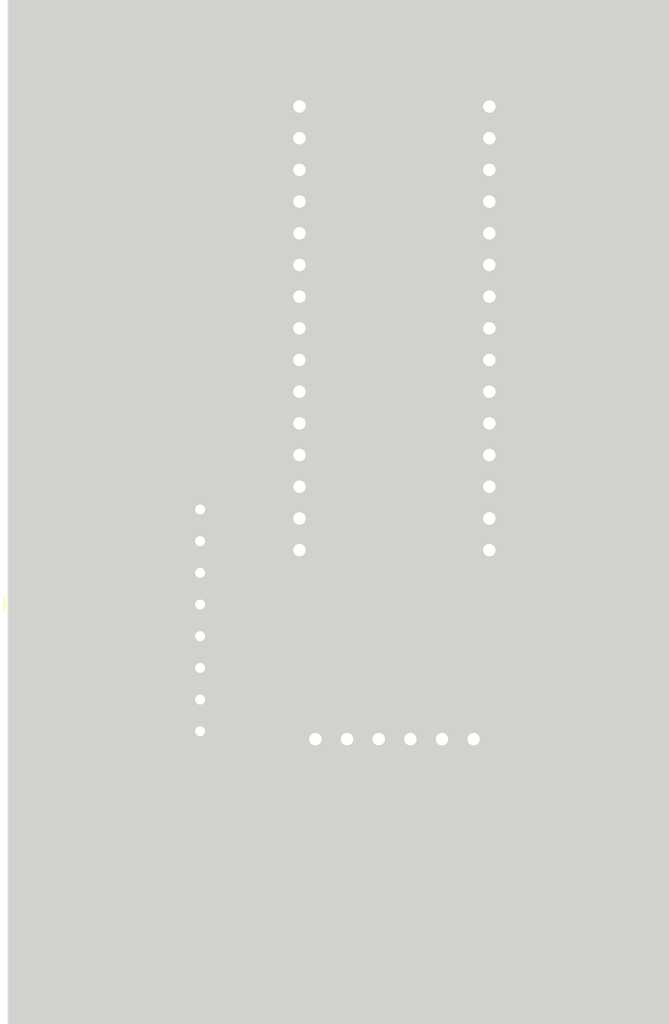
<source format=kicad_pcb>
(kicad_pcb (version 20211014) (generator pcbnew)
  (layers (0 "F.Cu" signal) (31 "B.Cu" signal) (34 "B.Paste" user) (35 "F.Paste" user) (36 "B.SilkS" user "B.Silkscreen") (37 "F.SilkS" user "F.Silkscreen") (38 "B.Mask" user) (39 "F.Mask" user) (44 "Edge.Cuts" user))
  (net 0 "")
  (net 4 "GND")
  (net 7 "Net-(A1-Pad7)")
  (net 14 "Net-(A1-Pad14)")
  (net 15 "Net-(A1-Pad15)")
  (net 16 "Net-(A1-Pad16)")
  (net 23 "Net-(A1-Pad23)")
  (net 24 "Net-(A1-Pad24)")
  (net 29 "+5V")
  (net 30 "+3V3")
  (footprint "Module:Arduino_Nano" (layer "F.Cu") (at 146.61 98.05 180)
    (fp_text reference "A1" (at 7.62 -5.08) (layer "F.SilkS"))
    (fp_text value "Arduino_Nano_Every")
    (fp_text user "USB" (at 7.62 35.56 180 unlocked) (layer "F.SilkS"))
    (fp_line (start 16.64 39.5) (end 11.56 39.5) (layer "F.SilkS") (width 0.12))
    (fp_line (start -1.4 39.5) (end 3.68 39.5) (layer "F.SilkS") (width 0.12))
    (fp_line (start -1.4 -3.94) (end -1.4 -1.27) (layer "F.SilkS") (width 0.12))
    (fp_line (start 13.97 -1.27) (end 13.97 36.83) (layer "F.SilkS") (width 0.12))
    (fp_line (start 1.27 1.27) (end 1.27 36.83) (layer "F.SilkS") (width 0.12))
    (fp_line (start 1.27 -1.27) (end -1.4 -1.27) (layer "F.SilkS") (width 0.12))
    (fp_line (start 16.64 -3.94) (end -1.4 -3.94) (layer "F.SilkS") (width 0.12))
    (fp_line (start 1.27 1.27) (end 1.27 -1.27) (layer "F.SilkS") (width 0.12))
    (fp_line (start 11.56 42.04) (end 3.68 42.04) (layer "F.SilkS") (width 0.12))
    (fp_line (start 16.64 39.5) (end 16.64 -3.94) (layer "F.SilkS") (width 0.12))
    (fp_line (start 3.68 42.04) (end 3.68 31.62) (layer "F.SilkS") (width 0.12))
    (fp_line (start 13.97 36.83) (end 16.64 36.83) (layer "F.SilkS") (width 0.12))
    (fp_line (start -1.4 1.27) (end -1.4 39.5) (layer "F.SilkS") (width 0.12))
    (fp_line (start 1.27 36.83) (end -1.4 36.83) (layer "F.SilkS") (width 0.12))
    (fp_line (start 1.27 1.27) (end -1.4 1.27) (layer "F.SilkS") (width 0.12))
    (fp_line (start 11.56 31.62) (end 11.56 42.04) (layer "F.SilkS") (width 0.12))
    (fp_line (start 13.97 -1.27) (end 16.64 -1.27) (layer "F.SilkS") (width 0.12))
    (fp_line (start 3.68 31.62) (end 11.56 31.62) (layer "F.SilkS") (width 0.12))
    (pad "1" thru_hole rect (at 0 0 180) (size 1.6 1.6) (drill 1) (layers *.Cu *.Mask))
    (pad "2" thru_hole oval (at 0 2.54 180) (size 1.6 1.6) (drill 1) (layers *.Cu *.Mask))
    (pad "3" thru_hole oval (at 0 5.08 180) (size 1.6 1.6) (drill 1) (layers *.Cu *.Mask))
    (pad "4" thru_hole oval (at 0 7.62 180) (size 1.6 1.6) (drill 1) (layers *.Cu *.Mask) (net 4 "GND"))
    (pad "5" thru_hole oval (at 0 10.16 180) (size 1.6 1.6) (drill 1) (layers *.Cu *.Mask))
    (pad "6" thru_hole oval (at 0 12.7 180) (size 1.6 1.6) (drill 1) (layers *.Cu *.Mask))
    (pad "7" thru_hole oval (at 0 15.24 180) (size 1.6 1.6) (drill 1) (layers *.Cu *.Mask) (net 7 "Net-(A1-Pad7)"))
    (pad "8" thru_hole oval (at 0 17.78 180) (size 1.6 1.6) (drill 1) (layers *.Cu *.Mask))
    (pad "9" thru_hole oval (at 0 20.32 180) (size 1.6 1.6) (drill 1) (layers *.Cu *.Mask))
    (pad "10" thru_hole oval (at 0 22.86 180) (size 1.6 1.6) (drill 1) (layers *.Cu *.Mask))
    (pad "11" thru_hole oval (at 0 25.4 180) (size 1.6 1.6) (drill 1) (layers *.Cu *.Mask))
    (pad "12" thru_hole oval (at 0 27.94 180) (size 1.6 1.6) (drill 1) (layers *.Cu *.Mask))
    (pad "13" thru_hole oval (at 0 30.48 180) (size 1.6 1.6) (drill 1) (layers *.Cu *.Mask))
    (pad "14" thru_hole oval (at 0 33.02 180) (size 1.6 1.6) (drill 1) (layers *.Cu *.Mask) (net 14 "Net-(A1-Pad14)"))
    (pad "15" thru_hole oval (at 0 35.56 180) (size 1.6 1.6) (drill 1) (layers *.Cu *.Mask) (net 15 "Net-(A1-Pad15)"))
    (pad "16" thru_hole oval (at 15.24 35.56 180) (size 1.6 1.6) (drill 1) (layers *.Cu *.Mask) (net 16 "Net-(A1-Pad16)"))
    (pad "17" thru_hole oval (at 15.24 33.02 180) (size 1.6 1.6) (drill 1) (layers *.Cu *.Mask))
    (pad "18" thru_hole oval (at 15.24 30.48 180) (size 1.6 1.6) (drill 1) (layers *.Cu *.Mask))
    (pad "19" thru_hole oval (at 15.24 27.94 180) (size 1.6 1.6) (drill 1) (layers *.Cu *.Mask))
    (pad "20" thru_hole oval (at 15.24 25.4 180) (size 1.6 1.6) (drill 1) (layers *.Cu *.Mask))
    (pad "21" thru_hole oval (at 15.24 22.86 180) (size 1.6 1.6) (drill 1) (layers *.Cu *.Mask))
    (pad "22" thru_hole oval (at 15.24 20.32 180) (size 1.6 1.6) (drill 1) (layers *.Cu *.Mask))
    (pad "23" thru_hole oval (at 15.24 17.78 180) (size 1.6 1.6) (drill 1) (layers *.Cu *.Mask) (net 23 "Net-(A1-Pad23)"))
    (pad "24" thru_hole oval (at 15.24 15.24 180) (size 1.6 1.6) (drill 1) (layers *.Cu *.Mask) (net 24 "Net-(A1-Pad24)"))
    (pad "25" thru_hole oval (at 15.24 12.7 180) (size 1.6 1.6) (drill 1) (layers *.Cu *.Mask))
    (pad "26" thru_hole oval (at 15.24 10.16 180) (size 1.6 1.6) (drill 1) (layers *.Cu *.Mask))
    (pad "27" thru_hole oval (at 15.24 7.62 180) (size 1.6 1.6) (drill 1) (layers *.Cu *.Mask))
    (pad "28" thru_hole oval (at 15.24 5.08 180) (size 1.6 1.6) (drill 1) (layers *.Cu *.Mask))
    (pad "29" thru_hole oval (at 15.24 2.54 180) (size 1.6 1.6) (drill 1) (layers *.Cu *.Mask) (net 4 "GND"))
    (pad "30" thru_hole oval (at 15.24 0 180) (size 1.6 1.6) (drill 1) (layers *.Cu *.Mask) (net 29 "+5V"))
  )
  (footprint "GY-521:GY-521" (layer "F.Cu") (at 114.5075 103.6825 180)
    (fp_text reference "MOD1" (at 0 0 180) (layer "F.SilkS") (effects (font (size 0.787402 0.787402))))
    (fp_text value "GY-521")
    (fp_text user "y" (at -1.27 5.08 180) (layer "F.SilkS"))
    (fp_text user "ITG/MPU" (at 3.81 1.27 180) (layer "F.SilkS"))
    (fp_text user "x" (at 1.905 8.89 180) (layer "F.SilkS"))
    (fp_line (start -2.54 5.08) (end -1.905 5.715) (layer "F.SilkS") (width 0.127))
    (fp_line (start 4.445 10.16) (end -11.43 10.16) (layer "F.SilkS") (width 0.127))
    (fp_line (start 4.445 -10.795) (end 4.445 10.16) (layer "F.SilkS") (width 0.127))
    (fp_line (start -11.43 -10.795) (end 4.445 -10.795) (layer "F.SilkS") (width 0.127))
    (fp_line (start -2.54 8.89) (end -2.54 5.08) (layer "F.SilkS") (width 0.127))
    (fp_line (start -2.54 5.08) (end -3.175 5.715) (layer "F.SilkS") (width 0.127))
    (fp_line (start 1.27 8.89) (end 0.635 8.255) (layer "F.SilkS") (width 0.127))
    (fp_line (start -2.54 8.89) (end 1.27 8.89) (layer "F.SilkS") (width 0.127))
    (fp_line (start 1.27 8.89) (end 0.635 9.525) (layer "F.SilkS") (width 0.127))
    (fp_line (start -11.43 10.16) (end -11.43 -10.795) (layer "F.SilkS") (width 0.127))
    (pad "1" thru_hole oval locked (at -8.89 -8.89 180) (size 3.556 1.778) (drill 0.8) (layers *.Cu *.Mask) (net 29 "+5V"))
    (pad "2" thru_hole oval locked (at -8.89 -6.35 180) (size 3.556 1.778) (drill 0.8) (layers *.Cu *.Mask) (net 4 "GND"))
    (pad "3" thru_hole oval locked (at -8.89 -3.81 180) (size 3.556 1.778) (drill 0.8) (layers *.Cu *.Mask) (net 24 "Net-(A1-Pad24)"))
    (pad "4" thru_hole oval locked (at -8.89 -1.27 180) (size 3.556 1.778) (drill 0.8) (layers *.Cu *.Mask) (net 23 "Net-(A1-Pad23)"))
    (pad "5" thru_hole oval locked (at -8.89 1.27 180) (size 3.556 1.778) (drill 0.8) (layers *.Cu *.Mask))
    (pad "6" thru_hole oval locked (at -8.89 3.81 180) (size 3.556 1.778) (drill 0.8) (layers *.Cu *.Mask))
    (pad "7" thru_hole oval locked (at -8.89 6.35 180) (size 3.556 1.778) (drill 0.8) (layers *.Cu *.Mask))
    (pad "8" thru_hole oval locked (at -8.89 8.89 180) (size 3.556 1.778) (drill 0.8) (layers *.Cu *.Mask))
  )
  (footprint "dhec:small_microSD_v2" (layer "F.Cu") (at 138.365 110.03)
    (fp_text reference "Micro_SD1" (at 0 0.5) (layer "B.SilkS"))
    (fp_text value "microSD_small")
    (fp_text user "MOSI" (at 1.905 6.985 90) (layer "B.SilkS"))
    (fp_text user "MISO" (at -3.175 6.985 90) (layer "B.SilkS"))
    (fp_text user "CS" (at 4.445 6.985 90) (layer "B.SilkS"))
    (fp_text user "SCK" (at -0.635 6.985 90) (layer "B.SilkS"))
    (fp_text user "3,3V" (at 6.985 6.985 90) (layer "B.SilkS"))
    (fp_text user "GND" (at -5.715 6.985 90) (layer "B.SilkS"))
    (fp_line (start 9.585 1.905) (end 9.585 19.805) (layer "B.SilkS") (width 0.12))
    (fp_line (start 8.255 19.685) (end -6.985 19.685) (layer "B.SilkS") (width 0.12))
    (fp_line (start 7.62 24.13) (end -4.445 24.13) (layer "B.SilkS") (width 0.12))
    (fp_line (start -4.445 24.13) (end -4.445 23.495) (layer "B.SilkS") (width 0.12))
    (fp_line (start 7.62 22.86) (end 7.62 24.13) (layer "B.SilkS") (width 0.12))
    (fp_line (start -4.445 23.495) (end -6.985 23.495) (layer "B.SilkS") (width 0.12))
    (fp_line (start -6.985 19.685) (end -6.985 23.495) (layer "B.SilkS") (width 0.12))
    (fp_line (start 8.255 19.685) (end 8.255 22.86) (layer "B.SilkS") (width 0.12))
    (fp_line (start 9.585 1.905) (end -8.315 1.905) (layer "B.SilkS") (width 0.12))
    (fp_line (start 8.255 22.86) (end 7.62 22.86) (layer "B.SilkS") (width 0.12))
    (fp_line (start -8.315 1.905) (end -8.315 19.805) (layer "B.SilkS") (width 0.12))
    (fp_line (start -8.315 19.805) (end 9.585 19.805) (layer "B.SilkS") (width 0.12))
    (pad "1" thru_hole rect locked (at 6.985 3.175) (size 1.524 1.524) (drill 1) (layers *.Cu *.Mask) (net 30 "+3V3"))
    (pad "2" thru_hole circle locked (at 4.445 3.175) (size 1.524 1.524) (drill 1) (layers *.Cu *.Mask) (net 7 "Net-(A1-Pad7)"))
    (pad "3" thru_hole circle locked (at 1.905 3.175) (size 1.524 1.524) (drill 1) (layers *.Cu *.Mask) (net 14 "Net-(A1-Pad14)"))
    (pad "4" thru_hole circle locked (at -0.635 3.175) (size 1.524 1.524) (drill 1) (layers *.Cu *.Mask) (net 16 "Net-(A1-Pad16)"))
    (pad "5" thru_hole circle locked (at -3.175 3.175) (size 1.524 1.524) (drill 1) (layers *.Cu *.Mask) (net 15 "Net-(A1-Pad15)"))
    (pad "6" thru_hole circle locked (at -5.715 3.175) (size 1.524 1.524) (drill 1) (layers *.Cu *.Mask) (net 4 "GND"))
  )
  (footprint "Capacitor_SMD:CP_Elec_3x5.4" (layer "F.Cu") (at 156 105)
    (fp_text reference "C1" (at 0 -2.7) (layer "F.SilkS"))
    (fp_text value "100nF")
    (fp_line (start -2.375 -1.435) (end -2 -1.435) (layer "F.SilkS") (width 0.12))
    (fp_line (start -0.870563 -1.76) (end 1.76 -1.76) (layer "F.SilkS") (width 0.12))
    (fp_line (start -2.1875 -1.6225) (end -2.1875 -1.2475) (layer "F.SilkS") (width 0.12))
    (fp_line (start 1.76 -1.76) (end 1.76 -1.06) (layer "F.SilkS") (width 0.12))
    (fp_line (start -0.870563 1.76) (end 1.76 1.76) (layer "F.SilkS") (width 0.12))
    (fp_line (start 1.76 1.76) (end 1.76 1.06) (layer "F.SilkS") (width 0.12))
    (fp_line (start -1.570563 -1.06) (end -0.870563 -1.76) (layer "F.SilkS") (width 0.12))
    (fp_line (start -1.570563 1.06) (end -0.870563 1.76) (layer "F.SilkS") (width 0.12))
    (pad "1" smd roundrect (at -1.5 0) (size 2.2 1.6) (layers "F.Cu" "F.Paste" "F.Mask") (roundrect_rratio 0.15625) (net 30 "+3V3"))
    (pad "2" smd roundrect (at 1.5 0) (size 2.2 1.6) (layers "F.Cu" "F.Paste" "F.Mask") (roundrect_rratio 0.15625) (net 4 "GND"))
  )
  (gr_rect (start 108 54) (end 161 136) (layer "Edge.Cuts") (width 0.1) (fill none))
  (segment (start 131.888001 113.966999) (end 122.186144 113.966999) (width 0.25) (layer "F.Cu") (net 4))
  (segment (start 157.5 101.32) (end 157.5 105) (width 0.25) (layer "F.Cu") (net 4))
  (segment (start 132.269009 60) (end 130.245 62.024009) (width 0.25) (layer "F.Cu") (net 4))
  (segment (start 132.65 113.205) (end 131.888001 113.966999) (width 0.25) (layer "F.Cu") (net 4))
  (segment (start 132.88 94) (end 131.37 95.51) (width 0.25) (layer "F.Cu") (net 4))
  (segment (start 130.245 103.250855) (end 130.245 96.635) (width 0.25) (layer "F.Cu") (net 4))
  (segment (start 121.2945 112.069645) (end 123.331645 110.0325) (width 0.25) (layer "F.Cu") (net 4))
  (segment (start 121.2945 113.075355) (end 121.2945 112.069645) (width 0.25) (layer "F.Cu") (net 4))
  (segment (start 122.186144 113.966999) (end 121.2945 113.075355) (width 0.25) (layer "F.Cu") (net 4))
  (segment (start 146.61 90.43) (end 157.5 101.32) (width 0.25) (layer "F.Cu") (net 4))
  (segment (start 130.245 96.635) (end 131.37 95.51) (width 0.25) (layer "F.Cu") (net 4))
  (segment (start 130.245 63.15) (end 131 63.905) (width 0.25) (layer "F.Cu") (net 4))
  (segment (start 146.347387 60) (end 132.269009 60) (width 0.25) (layer "F.Cu") (net 4))
  (segment (start 133 65) (end 133 94) (width 0.25) (layer "F.Cu") (net 4))
  (segment (start 133 94) (end 132.88 94) (width 0.25) (layer "F.Cu") (net 4))
  (segment (start 146.61 90.43) (end 148.185 88.855) (width 0.25) (layer "F.Cu") (net 4))
  (segment (start 131 63.905) (end 131.905 63.905) (width 0.25) (layer "F.Cu") (net 4))
  (segment (start 131.905 63.905) (end 133 65) (width 0.25) (layer "F.Cu") (net 4))
  (segment (start 130.245 62.024009) (end 130.245 63.15) (width 0.25) (layer "F.Cu") (net 4))
  (segment (start 123.331645 110.0325) (end 123.3975 110.0325) (width 0.25) (layer "F.Cu") (net 4))
  (segment (start 123.463355 110.0325) (end 130.245 103.250855) (width 0.25) (layer "F.Cu") (net 4))
  (segment (start 148.185 88.855) (end 148.185 61.837613) (width 0.25) (layer "F.Cu") (net 4))
  (segment (start 148.185 61.837613) (end 146.347387 60) (width 0.25) (layer "F.Cu") (net 4))
  (segment (start 123.3975 110.0325) (end 123.463355 110.0325) (width 0.25) (layer "F.Cu") (net 4))
  (segment (start 142.81 86.61) (end 146.61 82.81) (width 0.25) (layer "F.Cu") (net 7))
  (segment (start 142.81 113.205) (end 142.81 86.61) (width 0.25) (layer "F.Cu") (net 7))
  (segment (start 140.27 113.205) (end 140.27 71.37) (width 0.25) (layer "F.Cu") (net 14))
  (segment (start 140.27 71.37) (end 146.61 65.03) (width 0.25) (layer "F.Cu") (net 14))
  (segment (start 135.19 113.205) (end 135.19 73.91) (width 0.25) (layer "F.Cu") (net 15))
  (segment (start 135.19 73.91) (end 146.61 62.49) (width 0.25) (layer "F.Cu") (net 15))
  (segment (start 146.144009 63.615) (end 147.075991 63.615) (width 0.25) (layer "F.Cu") (net 16))
  (segment (start 147.075991 63.615) (end 147.735 62.955991) (width 0.25) (layer "F.Cu") (net 16))
  (segment (start 132.495 61.365) (end 131.37 62.49) (width 0.25) (layer "F.Cu") (net 16))
  (segment (start 147.735 62.024009) (end 147.075991 61.365) (width 0.25) (layer "F.Cu") (net 16))
  (segment (start 147.735 62.955991) (end 147.735 62.024009) (width 0.25) (layer "F.Cu") (net 16))
  (segment (start 147.075991 61.365) (end 132.495 61.365) (width 0.25) (layer "F.Cu") (net 16))
  (segment (start 137.73 113.205) (end 137.73 72.029009) (width 0.25) (layer "F.Cu") (net 16))
  (segment (start 137.73 72.029009) (end 146.144009 63.615) (width 0.25) (layer "F.Cu") (net 16))
  (segment (start 129.345 99.070855) (end 129.345 82.295) (width 0.25) (layer "F.Cu") (net 23))
  (segment (start 129.345 82.295) (end 131.37 80.27) (width 0.25) (layer "F.Cu") (net 23))
  (segment (start 123.463355 104.9525) (end 129.345 99.070855) (width 0.25) (layer "F.Cu") (net 23))
  (segment (start 123.3975 104.9525) (end 123.463355 104.9525) (width 0.25) (layer "F.Cu") (net 23))
  (segment (start 123.463355 107.4925) (end 129.795 101.160855) (width 0.25) (layer "F.Cu") (net 24))
  (segment (start 123.3975 107.4925) (end 123.463355 107.4925) (width 0.25) (layer "F.Cu") (net 24))
  (segment (start 129.795 101.160855) (end 129.795 84.385) (width 0.25) (layer "F.Cu") (net 24))
  (segment (start 129.795 84.385) (end 131.37 82.81) (width 0.25) (layer "F.Cu") (net 24))
  (segment (start 123.463355 112.5725) (end 131.37 104.665855) (width 0.25) (layer "F.Cu") (net 29))
  (segment (start 131.37 104.665855) (end 131.37 98.05) (width 0.25) (layer "F.Cu") (net 29))
  (segment (start 123.3975 112.5725) (end 123.463355 112.5725) (width 0.25) (layer "F.Cu") (net 29))
  (segment (start 145.35 113.205) (end 153.555 105) (width 0.25) (layer "F.Cu") (net 30))
  (segment (start 153.555 105) (end 154.5 105) (width 0.25) (layer "F.Cu") (net 30))
  (zone (net 0) (net_name "") (layer "Edge.Cuts") (connect_pads (clearance 0.508)) (min_thickness 0.254) (fill yes (thermal_gap 0.508) (thermal_bridge_width 0.508))
    (polygon (pts (xy 161 136) (xy 108 136) (xy 108 54) (xy 161 54)))
  )
)
</source>
